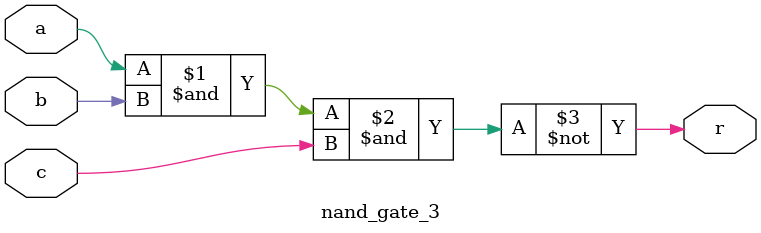
<source format=v>

module nand_gate_3(
    input a,
    input b,
    input c,
    output r
);
    assign r = ~(a & b &c);
endmodule
</source>
